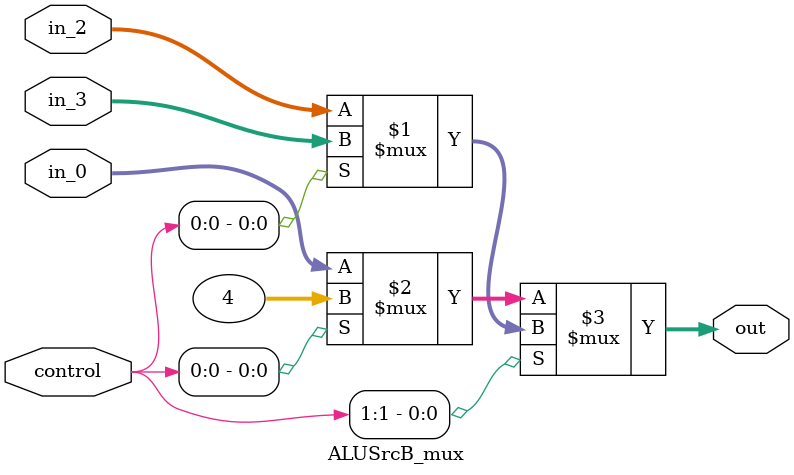
<source format=v>
module ALUSrcB_mux (
    input wire[1:0] control,
    
    input wire[31:0] in_0, // RegB - 00
                           // 4 - 01
    input wire[31:0] in_2, // sign extend (Immediate estendido) - 10
    input wire[31:0] in_3, // shift left 2 - 11

    output wire[31:0] out
);
    
    assign out = (control[1]? (control[0] ? in_3 : in_2) : (control[0] ? 32'b00000000000000000000000000000100 : in_0));
endmodule

</source>
